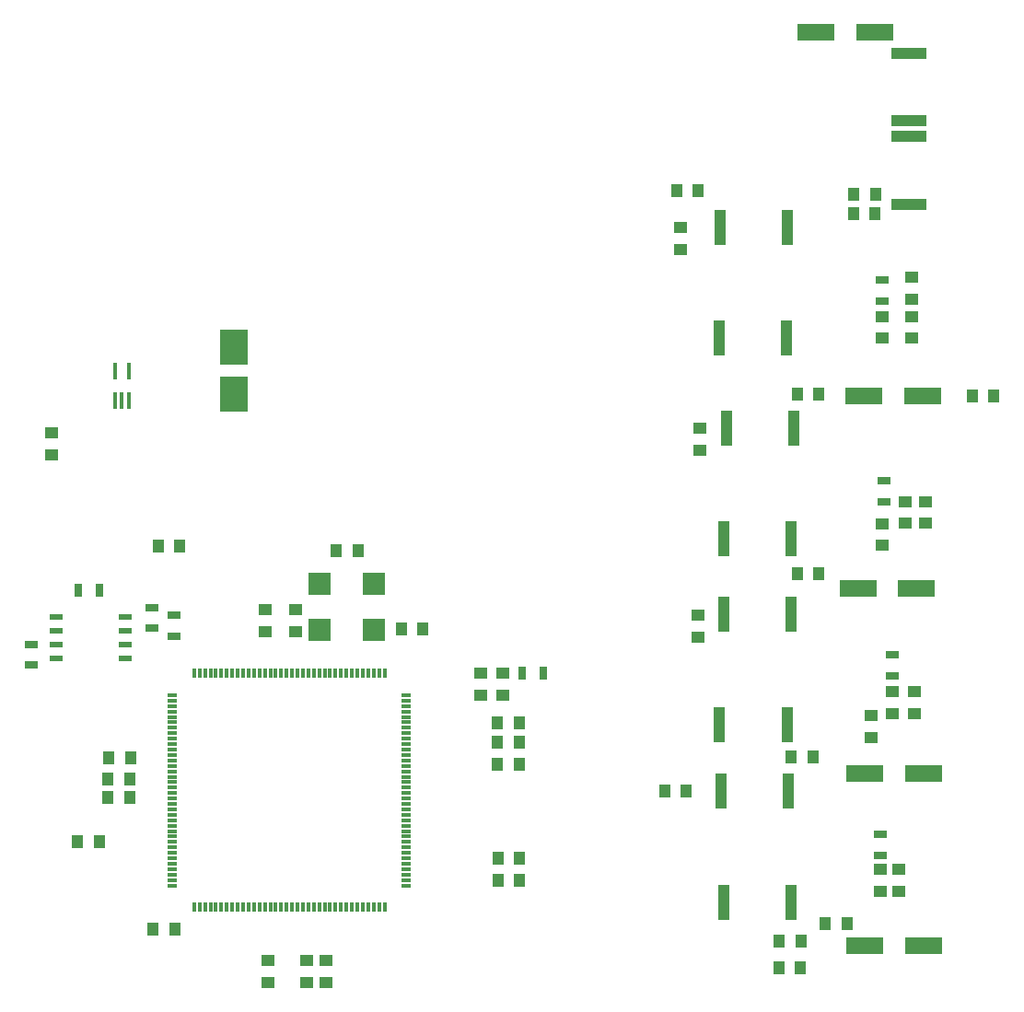
<source format=gbr>
%TF.GenerationSoftware,KiCad,Pcbnew,(5.0.0)*%
%TF.CreationDate,2018-08-10T17:36:29+10:00*%
%TF.ProjectId,MotorDriver,4D6F746F724472697665722E6B696361,rev?*%
%TF.SameCoordinates,Original*%
%TF.FileFunction,Paste,Top*%
%TF.FilePolarity,Positive*%
%FSLAX46Y46*%
G04 Gerber Fmt 4.6, Leading zero omitted, Abs format (unit mm)*
G04 Created by KiCad (PCBNEW (5.0.0)) date 08/10/18 17:36:29*
%MOMM*%
%LPD*%
G01*
G04 APERTURE LIST*
%ADD10R,1.000000X1.250000*%
%ADD11R,1.250000X1.000000*%
%ADD12R,1.300000X0.700000*%
%ADD13R,2.500000X3.200000*%
%ADD14R,0.700000X1.300000*%
%ADD15R,0.900000X0.300000*%
%ADD16R,0.300000X0.900000*%
%ADD17R,1.143000X0.508000*%
%ADD18R,1.000000X3.200000*%
%ADD19R,3.200000X1.000000*%
%ADD20R,3.500000X1.600000*%
%ADD21R,0.400000X1.500000*%
%ADD22R,2.000000X2.000000*%
G04 APERTURE END LIST*
D10*
X213250000Y-115750000D03*
X211250000Y-115750000D03*
X206962500Y-119824500D03*
X208962500Y-119824500D03*
D11*
X199525000Y-87400000D03*
X199525000Y-89400000D03*
X219400000Y-94400000D03*
X219400000Y-96400000D03*
X217400000Y-96400000D03*
X217400000Y-94400000D03*
X216250000Y-110750000D03*
X216250000Y-112750000D03*
D10*
X198450000Y-103500000D03*
X196450000Y-103500000D03*
D11*
X218000000Y-112750000D03*
X218000000Y-110750000D03*
D10*
X210650000Y-83525000D03*
X208650000Y-83525000D03*
X206975000Y-117300000D03*
X208975000Y-117300000D03*
X208100000Y-100400000D03*
X210100000Y-100400000D03*
D11*
X215400000Y-96600000D03*
X215400000Y-98600000D03*
D12*
X217400000Y-91050000D03*
X217400000Y-92950000D03*
X216250000Y-109450000D03*
X216250000Y-107550000D03*
D11*
X199725000Y-70175000D03*
X199725000Y-72175000D03*
X218575000Y-76925000D03*
X218575000Y-78925000D03*
X220450000Y-76925000D03*
X220450000Y-78925000D03*
X216475000Y-78975000D03*
X216475000Y-80975000D03*
D10*
X208650000Y-67050000D03*
X210650000Y-67050000D03*
X224742500Y-67246500D03*
X226742500Y-67246500D03*
X199550000Y-48320000D03*
X197550000Y-48320000D03*
X168284400Y-81432400D03*
X166284400Y-81432400D03*
X183102000Y-99060000D03*
X181102000Y-99060000D03*
X147288000Y-104140000D03*
X145288000Y-104140000D03*
D11*
X140090000Y-70628000D03*
X140090000Y-72628000D03*
X162560000Y-86884000D03*
X162560000Y-88884000D03*
D10*
X151400000Y-116200000D03*
X149400000Y-116200000D03*
D13*
X156840000Y-67070000D03*
X156840000Y-62770000D03*
D10*
X151892000Y-81026000D03*
X149892000Y-81026000D03*
X144500000Y-108200000D03*
X142500000Y-108200000D03*
X145338201Y-100482001D03*
X147338201Y-100482001D03*
D11*
X159766000Y-88884000D03*
X159766000Y-86884000D03*
D10*
X183102000Y-101092000D03*
X181102000Y-101092000D03*
X147288000Y-102400000D03*
X145288000Y-102400000D03*
D11*
X163550000Y-121142000D03*
X163550000Y-119142000D03*
D10*
X174228000Y-88646000D03*
X172228000Y-88646000D03*
X181118000Y-111760000D03*
X183118000Y-111760000D03*
D11*
X160020000Y-119126000D03*
X160020000Y-121126000D03*
D10*
X183134000Y-109728000D03*
X181134000Y-109728000D03*
D11*
X165354000Y-119142000D03*
X165354000Y-121142000D03*
X179578000Y-94710000D03*
X179578000Y-92710000D03*
X181610000Y-92726000D03*
X181610000Y-94726000D03*
D10*
X183102000Y-97282000D03*
X181102000Y-97282000D03*
D11*
X197950000Y-51760000D03*
X197950000Y-53760000D03*
X219200000Y-58300000D03*
X219200000Y-56300000D03*
X219200000Y-61900000D03*
X219200000Y-59900000D03*
X216500000Y-59925000D03*
X216500000Y-61925000D03*
D10*
X213840000Y-48650000D03*
X215840000Y-48650000D03*
X215810000Y-50440000D03*
X213810000Y-50440000D03*
D12*
X216600000Y-76925000D03*
X216600000Y-75025000D03*
D14*
X185288000Y-92710000D03*
X183388000Y-92710000D03*
D12*
X151384000Y-89276000D03*
X151384000Y-87376000D03*
X149352000Y-86680000D03*
X149352000Y-88580000D03*
X138239500Y-90045500D03*
X138239500Y-91945500D03*
D14*
X144460000Y-85090000D03*
X142560000Y-85090000D03*
D12*
X216500000Y-58475000D03*
X216500000Y-56575000D03*
D15*
X172700400Y-112229600D03*
X172700400Y-111729600D03*
X172700400Y-111229600D03*
X172700400Y-110729600D03*
X172700400Y-110229600D03*
X172700400Y-109729600D03*
X172700400Y-109229600D03*
X172700400Y-108729600D03*
X172700400Y-108229600D03*
X172700400Y-107729600D03*
X172700400Y-107229600D03*
X172700400Y-106729600D03*
X172700400Y-106229600D03*
X172700400Y-105729600D03*
X172700400Y-105229600D03*
X172700400Y-104729600D03*
X172700400Y-104229600D03*
X172700400Y-103729600D03*
X172700400Y-103229600D03*
X172700400Y-102729600D03*
X172700400Y-102229600D03*
X172700400Y-101729600D03*
X172700400Y-101229600D03*
X172700400Y-100729600D03*
X172700400Y-100229600D03*
X172700400Y-99729600D03*
X172700400Y-99229600D03*
X172700400Y-98729600D03*
X172700400Y-98229600D03*
X172700400Y-97729600D03*
X172700400Y-97229600D03*
X172700400Y-96729600D03*
X172700400Y-96229600D03*
X172700400Y-95729600D03*
X172700400Y-95229600D03*
X172700400Y-94729600D03*
D16*
X170700400Y-92729600D03*
X170200400Y-92729600D03*
X169700400Y-92729600D03*
X169200400Y-92729600D03*
X168700400Y-92729600D03*
X168200400Y-92729600D03*
X167700400Y-92729600D03*
X167200400Y-92729600D03*
X166700400Y-92729600D03*
X166200400Y-92729600D03*
X165700400Y-92729600D03*
X165200400Y-92729600D03*
X164700400Y-92729600D03*
X164200400Y-92729600D03*
X163700400Y-92729600D03*
X163200400Y-92729600D03*
X162700400Y-92729600D03*
X162200400Y-92729600D03*
X161700400Y-92729600D03*
X161200400Y-92729600D03*
X160700400Y-92729600D03*
X160200400Y-92729600D03*
X159700400Y-92729600D03*
X159200400Y-92729600D03*
X158700400Y-92729600D03*
X158200400Y-92729600D03*
X157700400Y-92729600D03*
X157200400Y-92729600D03*
X156700400Y-92729600D03*
X156200400Y-92729600D03*
X155700400Y-92729600D03*
X155200400Y-92729600D03*
X154700400Y-92729600D03*
X154200400Y-92729600D03*
X153700400Y-92729600D03*
X153200400Y-92729600D03*
D15*
X151200400Y-94729600D03*
X151200400Y-95229600D03*
X151200400Y-95729600D03*
X151200400Y-96229600D03*
X151200400Y-96729600D03*
X151200400Y-97229600D03*
X151200400Y-97729600D03*
X151200400Y-98229600D03*
X151200400Y-98729600D03*
X151200400Y-99229600D03*
X151200400Y-99729600D03*
X151200400Y-100229600D03*
X151200400Y-100729600D03*
X151200400Y-101229600D03*
X151200400Y-101729600D03*
X151200400Y-102229600D03*
X151200400Y-102729600D03*
X151200400Y-103229600D03*
X151200400Y-103729600D03*
X151200400Y-104229600D03*
X151200400Y-104729600D03*
X151200400Y-105229600D03*
X151200400Y-105729600D03*
X151200400Y-106229600D03*
X151200400Y-106729600D03*
X151200400Y-107229600D03*
X151200400Y-107729600D03*
X151200400Y-108229600D03*
X151200400Y-108729600D03*
X151200400Y-109229600D03*
X151200400Y-109729600D03*
X151200400Y-110229600D03*
X151200400Y-110729600D03*
X151200400Y-111229600D03*
X151200400Y-111729600D03*
X151200400Y-112229600D03*
D16*
X153200400Y-114229600D03*
X153700400Y-114229600D03*
X154200400Y-114229600D03*
X154700400Y-114229600D03*
X155200400Y-114229600D03*
X155700400Y-114229600D03*
X156200400Y-114229600D03*
X156700400Y-114229600D03*
X157200400Y-114229600D03*
X157700400Y-114229600D03*
X158200400Y-114229600D03*
X158700400Y-114229600D03*
X159200400Y-114229600D03*
X159700400Y-114229600D03*
X160200400Y-114229600D03*
X160700400Y-114229600D03*
X161200400Y-114229600D03*
X161700400Y-114229600D03*
X162200400Y-114229600D03*
X162700400Y-114229600D03*
X163200400Y-114229600D03*
X163700400Y-114229600D03*
X164200400Y-114229600D03*
X164700400Y-114229600D03*
X165200400Y-114229600D03*
X165700400Y-114229600D03*
X166200400Y-114229600D03*
X166700400Y-114229600D03*
X167200400Y-114229600D03*
X167700400Y-114229600D03*
X168200400Y-114229600D03*
X168700400Y-114229600D03*
X169200400Y-114229600D03*
X169700400Y-114229600D03*
X170200400Y-114229600D03*
X170700400Y-114229600D03*
D17*
X140538200Y-87503000D03*
X140538200Y-88773000D03*
X140538200Y-90043000D03*
X140538200Y-91313000D03*
X146888200Y-91313000D03*
X146888200Y-90043000D03*
X146888200Y-88773000D03*
X146888200Y-87503000D03*
D18*
X207850000Y-103500000D03*
X201650000Y-103500000D03*
X201900000Y-113750000D03*
X208100000Y-113750000D03*
X208100000Y-87250000D03*
X201900000Y-87250000D03*
X207700000Y-97450000D03*
X201500000Y-97450000D03*
X208350000Y-70200000D03*
X202150000Y-70200000D03*
X201900000Y-80350000D03*
X208100000Y-80350000D03*
D19*
X218884500Y-41887000D03*
X218884500Y-35687000D03*
X218925000Y-43375000D03*
X218925000Y-49575000D03*
D18*
X207775000Y-51750000D03*
X201575000Y-51750000D03*
X201450000Y-61850000D03*
X207650000Y-61850000D03*
D20*
X220251000Y-117792500D03*
X214851000Y-117792500D03*
X214851000Y-101917500D03*
X220251000Y-101917500D03*
X220187500Y-67246500D03*
X214787500Y-67246500D03*
X215742500Y-33782000D03*
X210342500Y-33782000D03*
X219616000Y-84899500D03*
X214216000Y-84899500D03*
D21*
X145908000Y-64967500D03*
X147208000Y-64967500D03*
X147208000Y-67627500D03*
X146558000Y-67627500D03*
X145908000Y-67627500D03*
D22*
X169733600Y-88714000D03*
X164733600Y-88714000D03*
X164733600Y-84514000D03*
X169733600Y-84514000D03*
M02*

</source>
